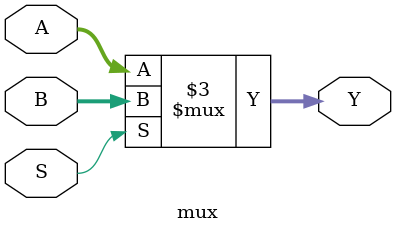
<source format=v>
module mux (A, B, S, Y);
    
    parameter WIDTH = 2;
    
    input [WIDTH-1:0] A, B;
    input S;
    output reg [WIDTH-1:0] Y;
    
    always @* begin
        if (S)
            Y = B;
        else
            Y = A;
    end
    
endmodule
</source>
